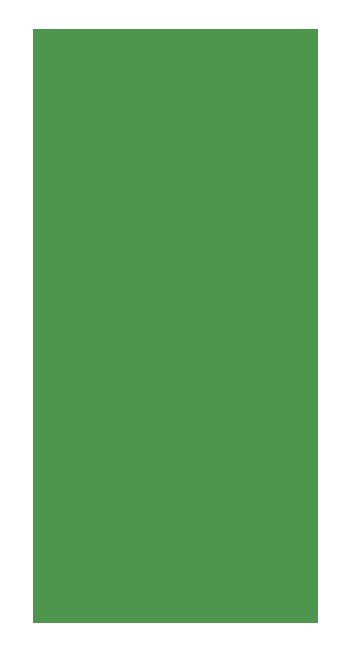
<source format=gbr>
%TF.GenerationSoftware,KiCad,Pcbnew,6.0.11+dfsg-1~bpo11+1*%
%TF.CreationDate,2023-05-28T09:05:56+00:00*%
%TF.ProjectId,PINHOLDER01,50494e48-4f4c-4444-9552-30312e6b6963,01A*%
%TF.SameCoordinates,Original*%
%TF.FileFunction,Soldermask,Top*%
%TF.FilePolarity,Negative*%
%FSLAX46Y46*%
G04 Gerber Fmt 4.6, Leading zero omitted, Abs format (unit mm)*
G04 Created by KiCad (PCBNEW 6.0.11+dfsg-1~bpo11+1) date 2023-05-28 09:05:56*
%MOMM*%
%LPD*%
G01*
G04 APERTURE LIST*
G04 Aperture macros list*
%AMRoundRect*
0 Rectangle with rounded corners*
0 $1 Rounding radius*
0 $2 $3 $4 $5 $6 $7 $8 $9 X,Y pos of 4 corners*
0 Add a 4 corners polygon primitive as box body*
4,1,4,$2,$3,$4,$5,$6,$7,$8,$9,$2,$3,0*
0 Add four circle primitives for the rounded corners*
1,1,$1+$1,$2,$3*
1,1,$1+$1,$4,$5*
1,1,$1+$1,$6,$7*
1,1,$1+$1,$8,$9*
0 Add four rect primitives between the rounded corners*
20,1,$1+$1,$2,$3,$4,$5,0*
20,1,$1+$1,$4,$5,$6,$7,0*
20,1,$1+$1,$6,$7,$8,$9,0*
20,1,$1+$1,$8,$9,$2,$3,0*%
G04 Aperture macros list end*
%ADD10C,6.400000*%
%ADD11C,0.909900*%
%ADD12RoundRect,0.200000X1.900000X1.000000X-1.900000X1.000000X-1.900000X-1.000000X1.900000X-1.000000X0*%
G04 APERTURE END LIST*
D10*
%TO.C,M3*%
X0Y0D03*
%TD*%
%TO.C,M4*%
X0Y-40640000D03*
%TD*%
D11*
%TO.C,TP1*%
X6574821Y-20408854D03*
%TD*%
D12*
%TO.C,TP2*%
X7824821Y-5808854D03*
%TD*%
G36*
X19289502Y4811502D02*
G01*
X19304000Y4776500D01*
X19304000Y-45416500D01*
X19289502Y-45451502D01*
X19254500Y-45466000D01*
X-4776500Y-45466000D01*
X-4811502Y-45451502D01*
X-4826000Y-45416500D01*
X-4826000Y4776500D01*
X-4811502Y4811502D01*
X-4776500Y4826000D01*
X19254500Y4826000D01*
X19289502Y4811502D01*
G37*
M02*

</source>
